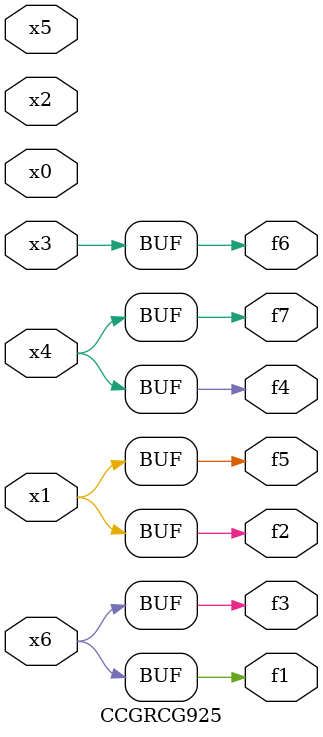
<source format=v>
module CCGRCG925(
	input x0, x1, x2, x3, x4, x5, x6,
	output f1, f2, f3, f4, f5, f6, f7
);
	assign f1 = x6;
	assign f2 = x1;
	assign f3 = x6;
	assign f4 = x4;
	assign f5 = x1;
	assign f6 = x3;
	assign f7 = x4;
endmodule

</source>
